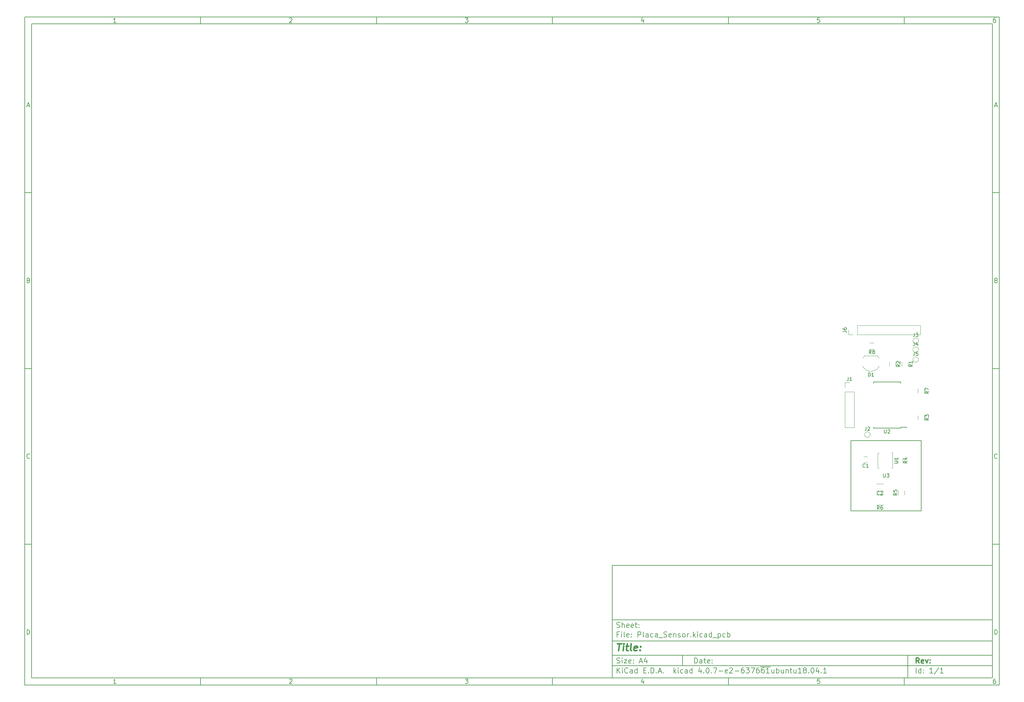
<source format=gbr>
G04 #@! TF.FileFunction,Legend,Top*
%FSLAX46Y46*%
G04 Gerber Fmt 4.6, Leading zero omitted, Abs format (unit mm)*
G04 Created by KiCad (PCBNEW 4.0.7-e2-6376~61~ubuntu18.04.1) date Wed Jul 10 20:30:17 2019*
%MOMM*%
%LPD*%
G01*
G04 APERTURE LIST*
%ADD10C,0.100000*%
%ADD11C,0.150000*%
%ADD12C,0.300000*%
%ADD13C,0.400000*%
%ADD14C,0.120000*%
G04 APERTURE END LIST*
D10*
D11*
X177002200Y-166007200D02*
X177002200Y-198007200D01*
X285002200Y-198007200D01*
X285002200Y-166007200D01*
X177002200Y-166007200D01*
D10*
D11*
X10000000Y-10000000D02*
X10000000Y-200007200D01*
X287002200Y-200007200D01*
X287002200Y-10000000D01*
X10000000Y-10000000D01*
D10*
D11*
X12000000Y-12000000D02*
X12000000Y-198007200D01*
X285002200Y-198007200D01*
X285002200Y-12000000D01*
X12000000Y-12000000D01*
D10*
D11*
X60000000Y-12000000D02*
X60000000Y-10000000D01*
D10*
D11*
X110000000Y-12000000D02*
X110000000Y-10000000D01*
D10*
D11*
X160000000Y-12000000D02*
X160000000Y-10000000D01*
D10*
D11*
X210000000Y-12000000D02*
X210000000Y-10000000D01*
D10*
D11*
X260000000Y-12000000D02*
X260000000Y-10000000D01*
D10*
D11*
X35990476Y-11588095D02*
X35247619Y-11588095D01*
X35619048Y-11588095D02*
X35619048Y-10288095D01*
X35495238Y-10473810D01*
X35371429Y-10597619D01*
X35247619Y-10659524D01*
D10*
D11*
X85247619Y-10411905D02*
X85309524Y-10350000D01*
X85433333Y-10288095D01*
X85742857Y-10288095D01*
X85866667Y-10350000D01*
X85928571Y-10411905D01*
X85990476Y-10535714D01*
X85990476Y-10659524D01*
X85928571Y-10845238D01*
X85185714Y-11588095D01*
X85990476Y-11588095D01*
D10*
D11*
X135185714Y-10288095D02*
X135990476Y-10288095D01*
X135557143Y-10783333D01*
X135742857Y-10783333D01*
X135866667Y-10845238D01*
X135928571Y-10907143D01*
X135990476Y-11030952D01*
X135990476Y-11340476D01*
X135928571Y-11464286D01*
X135866667Y-11526190D01*
X135742857Y-11588095D01*
X135371429Y-11588095D01*
X135247619Y-11526190D01*
X135185714Y-11464286D01*
D10*
D11*
X185866667Y-10721429D02*
X185866667Y-11588095D01*
X185557143Y-10226190D02*
X185247619Y-11154762D01*
X186052381Y-11154762D01*
D10*
D11*
X235928571Y-10288095D02*
X235309524Y-10288095D01*
X235247619Y-10907143D01*
X235309524Y-10845238D01*
X235433333Y-10783333D01*
X235742857Y-10783333D01*
X235866667Y-10845238D01*
X235928571Y-10907143D01*
X235990476Y-11030952D01*
X235990476Y-11340476D01*
X235928571Y-11464286D01*
X235866667Y-11526190D01*
X235742857Y-11588095D01*
X235433333Y-11588095D01*
X235309524Y-11526190D01*
X235247619Y-11464286D01*
D10*
D11*
X285866667Y-10288095D02*
X285619048Y-10288095D01*
X285495238Y-10350000D01*
X285433333Y-10411905D01*
X285309524Y-10597619D01*
X285247619Y-10845238D01*
X285247619Y-11340476D01*
X285309524Y-11464286D01*
X285371429Y-11526190D01*
X285495238Y-11588095D01*
X285742857Y-11588095D01*
X285866667Y-11526190D01*
X285928571Y-11464286D01*
X285990476Y-11340476D01*
X285990476Y-11030952D01*
X285928571Y-10907143D01*
X285866667Y-10845238D01*
X285742857Y-10783333D01*
X285495238Y-10783333D01*
X285371429Y-10845238D01*
X285309524Y-10907143D01*
X285247619Y-11030952D01*
D10*
D11*
X60000000Y-198007200D02*
X60000000Y-200007200D01*
D10*
D11*
X110000000Y-198007200D02*
X110000000Y-200007200D01*
D10*
D11*
X160000000Y-198007200D02*
X160000000Y-200007200D01*
D10*
D11*
X210000000Y-198007200D02*
X210000000Y-200007200D01*
D10*
D11*
X260000000Y-198007200D02*
X260000000Y-200007200D01*
D10*
D11*
X35990476Y-199595295D02*
X35247619Y-199595295D01*
X35619048Y-199595295D02*
X35619048Y-198295295D01*
X35495238Y-198481010D01*
X35371429Y-198604819D01*
X35247619Y-198666724D01*
D10*
D11*
X85247619Y-198419105D02*
X85309524Y-198357200D01*
X85433333Y-198295295D01*
X85742857Y-198295295D01*
X85866667Y-198357200D01*
X85928571Y-198419105D01*
X85990476Y-198542914D01*
X85990476Y-198666724D01*
X85928571Y-198852438D01*
X85185714Y-199595295D01*
X85990476Y-199595295D01*
D10*
D11*
X135185714Y-198295295D02*
X135990476Y-198295295D01*
X135557143Y-198790533D01*
X135742857Y-198790533D01*
X135866667Y-198852438D01*
X135928571Y-198914343D01*
X135990476Y-199038152D01*
X135990476Y-199347676D01*
X135928571Y-199471486D01*
X135866667Y-199533390D01*
X135742857Y-199595295D01*
X135371429Y-199595295D01*
X135247619Y-199533390D01*
X135185714Y-199471486D01*
D10*
D11*
X185866667Y-198728629D02*
X185866667Y-199595295D01*
X185557143Y-198233390D02*
X185247619Y-199161962D01*
X186052381Y-199161962D01*
D10*
D11*
X235928571Y-198295295D02*
X235309524Y-198295295D01*
X235247619Y-198914343D01*
X235309524Y-198852438D01*
X235433333Y-198790533D01*
X235742857Y-198790533D01*
X235866667Y-198852438D01*
X235928571Y-198914343D01*
X235990476Y-199038152D01*
X235990476Y-199347676D01*
X235928571Y-199471486D01*
X235866667Y-199533390D01*
X235742857Y-199595295D01*
X235433333Y-199595295D01*
X235309524Y-199533390D01*
X235247619Y-199471486D01*
D10*
D11*
X285866667Y-198295295D02*
X285619048Y-198295295D01*
X285495238Y-198357200D01*
X285433333Y-198419105D01*
X285309524Y-198604819D01*
X285247619Y-198852438D01*
X285247619Y-199347676D01*
X285309524Y-199471486D01*
X285371429Y-199533390D01*
X285495238Y-199595295D01*
X285742857Y-199595295D01*
X285866667Y-199533390D01*
X285928571Y-199471486D01*
X285990476Y-199347676D01*
X285990476Y-199038152D01*
X285928571Y-198914343D01*
X285866667Y-198852438D01*
X285742857Y-198790533D01*
X285495238Y-198790533D01*
X285371429Y-198852438D01*
X285309524Y-198914343D01*
X285247619Y-199038152D01*
D10*
D11*
X10000000Y-60000000D02*
X12000000Y-60000000D01*
D10*
D11*
X10000000Y-110000000D02*
X12000000Y-110000000D01*
D10*
D11*
X10000000Y-160000000D02*
X12000000Y-160000000D01*
D10*
D11*
X10690476Y-35216667D02*
X11309524Y-35216667D01*
X10566667Y-35588095D02*
X11000000Y-34288095D01*
X11433333Y-35588095D01*
D10*
D11*
X11092857Y-84907143D02*
X11278571Y-84969048D01*
X11340476Y-85030952D01*
X11402381Y-85154762D01*
X11402381Y-85340476D01*
X11340476Y-85464286D01*
X11278571Y-85526190D01*
X11154762Y-85588095D01*
X10659524Y-85588095D01*
X10659524Y-84288095D01*
X11092857Y-84288095D01*
X11216667Y-84350000D01*
X11278571Y-84411905D01*
X11340476Y-84535714D01*
X11340476Y-84659524D01*
X11278571Y-84783333D01*
X11216667Y-84845238D01*
X11092857Y-84907143D01*
X10659524Y-84907143D01*
D10*
D11*
X11402381Y-135464286D02*
X11340476Y-135526190D01*
X11154762Y-135588095D01*
X11030952Y-135588095D01*
X10845238Y-135526190D01*
X10721429Y-135402381D01*
X10659524Y-135278571D01*
X10597619Y-135030952D01*
X10597619Y-134845238D01*
X10659524Y-134597619D01*
X10721429Y-134473810D01*
X10845238Y-134350000D01*
X11030952Y-134288095D01*
X11154762Y-134288095D01*
X11340476Y-134350000D01*
X11402381Y-134411905D01*
D10*
D11*
X10659524Y-185588095D02*
X10659524Y-184288095D01*
X10969048Y-184288095D01*
X11154762Y-184350000D01*
X11278571Y-184473810D01*
X11340476Y-184597619D01*
X11402381Y-184845238D01*
X11402381Y-185030952D01*
X11340476Y-185278571D01*
X11278571Y-185402381D01*
X11154762Y-185526190D01*
X10969048Y-185588095D01*
X10659524Y-185588095D01*
D10*
D11*
X287002200Y-60000000D02*
X285002200Y-60000000D01*
D10*
D11*
X287002200Y-110000000D02*
X285002200Y-110000000D01*
D10*
D11*
X287002200Y-160000000D02*
X285002200Y-160000000D01*
D10*
D11*
X285692676Y-35216667D02*
X286311724Y-35216667D01*
X285568867Y-35588095D02*
X286002200Y-34288095D01*
X286435533Y-35588095D01*
D10*
D11*
X286095057Y-84907143D02*
X286280771Y-84969048D01*
X286342676Y-85030952D01*
X286404581Y-85154762D01*
X286404581Y-85340476D01*
X286342676Y-85464286D01*
X286280771Y-85526190D01*
X286156962Y-85588095D01*
X285661724Y-85588095D01*
X285661724Y-84288095D01*
X286095057Y-84288095D01*
X286218867Y-84350000D01*
X286280771Y-84411905D01*
X286342676Y-84535714D01*
X286342676Y-84659524D01*
X286280771Y-84783333D01*
X286218867Y-84845238D01*
X286095057Y-84907143D01*
X285661724Y-84907143D01*
D10*
D11*
X286404581Y-135464286D02*
X286342676Y-135526190D01*
X286156962Y-135588095D01*
X286033152Y-135588095D01*
X285847438Y-135526190D01*
X285723629Y-135402381D01*
X285661724Y-135278571D01*
X285599819Y-135030952D01*
X285599819Y-134845238D01*
X285661724Y-134597619D01*
X285723629Y-134473810D01*
X285847438Y-134350000D01*
X286033152Y-134288095D01*
X286156962Y-134288095D01*
X286342676Y-134350000D01*
X286404581Y-134411905D01*
D10*
D11*
X285661724Y-185588095D02*
X285661724Y-184288095D01*
X285971248Y-184288095D01*
X286156962Y-184350000D01*
X286280771Y-184473810D01*
X286342676Y-184597619D01*
X286404581Y-184845238D01*
X286404581Y-185030952D01*
X286342676Y-185278571D01*
X286280771Y-185402381D01*
X286156962Y-185526190D01*
X285971248Y-185588095D01*
X285661724Y-185588095D01*
D10*
D11*
X200359343Y-193785771D02*
X200359343Y-192285771D01*
X200716486Y-192285771D01*
X200930771Y-192357200D01*
X201073629Y-192500057D01*
X201145057Y-192642914D01*
X201216486Y-192928629D01*
X201216486Y-193142914D01*
X201145057Y-193428629D01*
X201073629Y-193571486D01*
X200930771Y-193714343D01*
X200716486Y-193785771D01*
X200359343Y-193785771D01*
X202502200Y-193785771D02*
X202502200Y-193000057D01*
X202430771Y-192857200D01*
X202287914Y-192785771D01*
X202002200Y-192785771D01*
X201859343Y-192857200D01*
X202502200Y-193714343D02*
X202359343Y-193785771D01*
X202002200Y-193785771D01*
X201859343Y-193714343D01*
X201787914Y-193571486D01*
X201787914Y-193428629D01*
X201859343Y-193285771D01*
X202002200Y-193214343D01*
X202359343Y-193214343D01*
X202502200Y-193142914D01*
X203002200Y-192785771D02*
X203573629Y-192785771D01*
X203216486Y-192285771D02*
X203216486Y-193571486D01*
X203287914Y-193714343D01*
X203430772Y-193785771D01*
X203573629Y-193785771D01*
X204645057Y-193714343D02*
X204502200Y-193785771D01*
X204216486Y-193785771D01*
X204073629Y-193714343D01*
X204002200Y-193571486D01*
X204002200Y-193000057D01*
X204073629Y-192857200D01*
X204216486Y-192785771D01*
X204502200Y-192785771D01*
X204645057Y-192857200D01*
X204716486Y-193000057D01*
X204716486Y-193142914D01*
X204002200Y-193285771D01*
X205359343Y-193642914D02*
X205430771Y-193714343D01*
X205359343Y-193785771D01*
X205287914Y-193714343D01*
X205359343Y-193642914D01*
X205359343Y-193785771D01*
X205359343Y-192857200D02*
X205430771Y-192928629D01*
X205359343Y-193000057D01*
X205287914Y-192928629D01*
X205359343Y-192857200D01*
X205359343Y-193000057D01*
D10*
D11*
X177002200Y-194507200D02*
X285002200Y-194507200D01*
D10*
D11*
X178359343Y-196585771D02*
X178359343Y-195085771D01*
X179216486Y-196585771D02*
X178573629Y-195728629D01*
X179216486Y-195085771D02*
X178359343Y-195942914D01*
X179859343Y-196585771D02*
X179859343Y-195585771D01*
X179859343Y-195085771D02*
X179787914Y-195157200D01*
X179859343Y-195228629D01*
X179930771Y-195157200D01*
X179859343Y-195085771D01*
X179859343Y-195228629D01*
X181430772Y-196442914D02*
X181359343Y-196514343D01*
X181145057Y-196585771D01*
X181002200Y-196585771D01*
X180787915Y-196514343D01*
X180645057Y-196371486D01*
X180573629Y-196228629D01*
X180502200Y-195942914D01*
X180502200Y-195728629D01*
X180573629Y-195442914D01*
X180645057Y-195300057D01*
X180787915Y-195157200D01*
X181002200Y-195085771D01*
X181145057Y-195085771D01*
X181359343Y-195157200D01*
X181430772Y-195228629D01*
X182716486Y-196585771D02*
X182716486Y-195800057D01*
X182645057Y-195657200D01*
X182502200Y-195585771D01*
X182216486Y-195585771D01*
X182073629Y-195657200D01*
X182716486Y-196514343D02*
X182573629Y-196585771D01*
X182216486Y-196585771D01*
X182073629Y-196514343D01*
X182002200Y-196371486D01*
X182002200Y-196228629D01*
X182073629Y-196085771D01*
X182216486Y-196014343D01*
X182573629Y-196014343D01*
X182716486Y-195942914D01*
X184073629Y-196585771D02*
X184073629Y-195085771D01*
X184073629Y-196514343D02*
X183930772Y-196585771D01*
X183645058Y-196585771D01*
X183502200Y-196514343D01*
X183430772Y-196442914D01*
X183359343Y-196300057D01*
X183359343Y-195871486D01*
X183430772Y-195728629D01*
X183502200Y-195657200D01*
X183645058Y-195585771D01*
X183930772Y-195585771D01*
X184073629Y-195657200D01*
X185930772Y-195800057D02*
X186430772Y-195800057D01*
X186645058Y-196585771D02*
X185930772Y-196585771D01*
X185930772Y-195085771D01*
X186645058Y-195085771D01*
X187287915Y-196442914D02*
X187359343Y-196514343D01*
X187287915Y-196585771D01*
X187216486Y-196514343D01*
X187287915Y-196442914D01*
X187287915Y-196585771D01*
X188002201Y-196585771D02*
X188002201Y-195085771D01*
X188359344Y-195085771D01*
X188573629Y-195157200D01*
X188716487Y-195300057D01*
X188787915Y-195442914D01*
X188859344Y-195728629D01*
X188859344Y-195942914D01*
X188787915Y-196228629D01*
X188716487Y-196371486D01*
X188573629Y-196514343D01*
X188359344Y-196585771D01*
X188002201Y-196585771D01*
X189502201Y-196442914D02*
X189573629Y-196514343D01*
X189502201Y-196585771D01*
X189430772Y-196514343D01*
X189502201Y-196442914D01*
X189502201Y-196585771D01*
X190145058Y-196157200D02*
X190859344Y-196157200D01*
X190002201Y-196585771D02*
X190502201Y-195085771D01*
X191002201Y-196585771D01*
X191502201Y-196442914D02*
X191573629Y-196514343D01*
X191502201Y-196585771D01*
X191430772Y-196514343D01*
X191502201Y-196442914D01*
X191502201Y-196585771D01*
X194502201Y-196585771D02*
X194502201Y-195085771D01*
X194645058Y-196014343D02*
X195073629Y-196585771D01*
X195073629Y-195585771D02*
X194502201Y-196157200D01*
X195716487Y-196585771D02*
X195716487Y-195585771D01*
X195716487Y-195085771D02*
X195645058Y-195157200D01*
X195716487Y-195228629D01*
X195787915Y-195157200D01*
X195716487Y-195085771D01*
X195716487Y-195228629D01*
X197073630Y-196514343D02*
X196930773Y-196585771D01*
X196645059Y-196585771D01*
X196502201Y-196514343D01*
X196430773Y-196442914D01*
X196359344Y-196300057D01*
X196359344Y-195871486D01*
X196430773Y-195728629D01*
X196502201Y-195657200D01*
X196645059Y-195585771D01*
X196930773Y-195585771D01*
X197073630Y-195657200D01*
X198359344Y-196585771D02*
X198359344Y-195800057D01*
X198287915Y-195657200D01*
X198145058Y-195585771D01*
X197859344Y-195585771D01*
X197716487Y-195657200D01*
X198359344Y-196514343D02*
X198216487Y-196585771D01*
X197859344Y-196585771D01*
X197716487Y-196514343D01*
X197645058Y-196371486D01*
X197645058Y-196228629D01*
X197716487Y-196085771D01*
X197859344Y-196014343D01*
X198216487Y-196014343D01*
X198359344Y-195942914D01*
X199716487Y-196585771D02*
X199716487Y-195085771D01*
X199716487Y-196514343D02*
X199573630Y-196585771D01*
X199287916Y-196585771D01*
X199145058Y-196514343D01*
X199073630Y-196442914D01*
X199002201Y-196300057D01*
X199002201Y-195871486D01*
X199073630Y-195728629D01*
X199145058Y-195657200D01*
X199287916Y-195585771D01*
X199573630Y-195585771D01*
X199716487Y-195657200D01*
X202216487Y-195585771D02*
X202216487Y-196585771D01*
X201859344Y-195014343D02*
X201502201Y-196085771D01*
X202430773Y-196085771D01*
X203002201Y-196442914D02*
X203073629Y-196514343D01*
X203002201Y-196585771D01*
X202930772Y-196514343D01*
X203002201Y-196442914D01*
X203002201Y-196585771D01*
X204002201Y-195085771D02*
X204145058Y-195085771D01*
X204287915Y-195157200D01*
X204359344Y-195228629D01*
X204430773Y-195371486D01*
X204502201Y-195657200D01*
X204502201Y-196014343D01*
X204430773Y-196300057D01*
X204359344Y-196442914D01*
X204287915Y-196514343D01*
X204145058Y-196585771D01*
X204002201Y-196585771D01*
X203859344Y-196514343D01*
X203787915Y-196442914D01*
X203716487Y-196300057D01*
X203645058Y-196014343D01*
X203645058Y-195657200D01*
X203716487Y-195371486D01*
X203787915Y-195228629D01*
X203859344Y-195157200D01*
X204002201Y-195085771D01*
X205145058Y-196442914D02*
X205216486Y-196514343D01*
X205145058Y-196585771D01*
X205073629Y-196514343D01*
X205145058Y-196442914D01*
X205145058Y-196585771D01*
X205716487Y-195085771D02*
X206716487Y-195085771D01*
X206073630Y-196585771D01*
X207287915Y-196014343D02*
X208430772Y-196014343D01*
X209716486Y-196514343D02*
X209573629Y-196585771D01*
X209287915Y-196585771D01*
X209145058Y-196514343D01*
X209073629Y-196371486D01*
X209073629Y-195800057D01*
X209145058Y-195657200D01*
X209287915Y-195585771D01*
X209573629Y-195585771D01*
X209716486Y-195657200D01*
X209787915Y-195800057D01*
X209787915Y-195942914D01*
X209073629Y-196085771D01*
X210359343Y-195228629D02*
X210430772Y-195157200D01*
X210573629Y-195085771D01*
X210930772Y-195085771D01*
X211073629Y-195157200D01*
X211145058Y-195228629D01*
X211216486Y-195371486D01*
X211216486Y-195514343D01*
X211145058Y-195728629D01*
X210287915Y-196585771D01*
X211216486Y-196585771D01*
X211859343Y-196014343D02*
X213002200Y-196014343D01*
X214359343Y-195085771D02*
X214073629Y-195085771D01*
X213930772Y-195157200D01*
X213859343Y-195228629D01*
X213716486Y-195442914D01*
X213645057Y-195728629D01*
X213645057Y-196300057D01*
X213716486Y-196442914D01*
X213787914Y-196514343D01*
X213930772Y-196585771D01*
X214216486Y-196585771D01*
X214359343Y-196514343D01*
X214430772Y-196442914D01*
X214502200Y-196300057D01*
X214502200Y-195942914D01*
X214430772Y-195800057D01*
X214359343Y-195728629D01*
X214216486Y-195657200D01*
X213930772Y-195657200D01*
X213787914Y-195728629D01*
X213716486Y-195800057D01*
X213645057Y-195942914D01*
X215002200Y-195085771D02*
X215930771Y-195085771D01*
X215430771Y-195657200D01*
X215645057Y-195657200D01*
X215787914Y-195728629D01*
X215859343Y-195800057D01*
X215930771Y-195942914D01*
X215930771Y-196300057D01*
X215859343Y-196442914D01*
X215787914Y-196514343D01*
X215645057Y-196585771D01*
X215216485Y-196585771D01*
X215073628Y-196514343D01*
X215002200Y-196442914D01*
X216430771Y-195085771D02*
X217430771Y-195085771D01*
X216787914Y-196585771D01*
X218645056Y-195085771D02*
X218359342Y-195085771D01*
X218216485Y-195157200D01*
X218145056Y-195228629D01*
X218002199Y-195442914D01*
X217930770Y-195728629D01*
X217930770Y-196300057D01*
X218002199Y-196442914D01*
X218073627Y-196514343D01*
X218216485Y-196585771D01*
X218502199Y-196585771D01*
X218645056Y-196514343D01*
X218716485Y-196442914D01*
X218787913Y-196300057D01*
X218787913Y-195942914D01*
X218716485Y-195800057D01*
X218645056Y-195728629D01*
X218502199Y-195657200D01*
X218216485Y-195657200D01*
X218073627Y-195728629D01*
X218002199Y-195800057D01*
X217930770Y-195942914D01*
X220073627Y-195085771D02*
X219787913Y-195085771D01*
X219645056Y-195157200D01*
X219573627Y-195228629D01*
X219430770Y-195442914D01*
X219359341Y-195728629D01*
X219359341Y-196300057D01*
X219430770Y-196442914D01*
X219502198Y-196514343D01*
X219645056Y-196585771D01*
X219930770Y-196585771D01*
X220073627Y-196514343D01*
X220145056Y-196442914D01*
X220216484Y-196300057D01*
X220216484Y-195942914D01*
X220145056Y-195800057D01*
X220073627Y-195728629D01*
X219930770Y-195657200D01*
X219645056Y-195657200D01*
X219502198Y-195728629D01*
X219430770Y-195800057D01*
X219359341Y-195942914D01*
X221645055Y-196585771D02*
X220787912Y-196585771D01*
X221216484Y-196585771D02*
X221216484Y-195085771D01*
X221073627Y-195300057D01*
X220930769Y-195442914D01*
X220787912Y-195514343D01*
X219073627Y-194827200D02*
X221930769Y-194827200D01*
X222930769Y-195585771D02*
X222930769Y-196585771D01*
X222287912Y-195585771D02*
X222287912Y-196371486D01*
X222359340Y-196514343D01*
X222502198Y-196585771D01*
X222716483Y-196585771D01*
X222859340Y-196514343D01*
X222930769Y-196442914D01*
X223645055Y-196585771D02*
X223645055Y-195085771D01*
X223645055Y-195657200D02*
X223787912Y-195585771D01*
X224073626Y-195585771D01*
X224216483Y-195657200D01*
X224287912Y-195728629D01*
X224359341Y-195871486D01*
X224359341Y-196300057D01*
X224287912Y-196442914D01*
X224216483Y-196514343D01*
X224073626Y-196585771D01*
X223787912Y-196585771D01*
X223645055Y-196514343D01*
X225645055Y-195585771D02*
X225645055Y-196585771D01*
X225002198Y-195585771D02*
X225002198Y-196371486D01*
X225073626Y-196514343D01*
X225216484Y-196585771D01*
X225430769Y-196585771D01*
X225573626Y-196514343D01*
X225645055Y-196442914D01*
X226359341Y-195585771D02*
X226359341Y-196585771D01*
X226359341Y-195728629D02*
X226430769Y-195657200D01*
X226573627Y-195585771D01*
X226787912Y-195585771D01*
X226930769Y-195657200D01*
X227002198Y-195800057D01*
X227002198Y-196585771D01*
X227502198Y-195585771D02*
X228073627Y-195585771D01*
X227716484Y-195085771D02*
X227716484Y-196371486D01*
X227787912Y-196514343D01*
X227930770Y-196585771D01*
X228073627Y-196585771D01*
X229216484Y-195585771D02*
X229216484Y-196585771D01*
X228573627Y-195585771D02*
X228573627Y-196371486D01*
X228645055Y-196514343D01*
X228787913Y-196585771D01*
X229002198Y-196585771D01*
X229145055Y-196514343D01*
X229216484Y-196442914D01*
X230716484Y-196585771D02*
X229859341Y-196585771D01*
X230287913Y-196585771D02*
X230287913Y-195085771D01*
X230145056Y-195300057D01*
X230002198Y-195442914D01*
X229859341Y-195514343D01*
X231573627Y-195728629D02*
X231430769Y-195657200D01*
X231359341Y-195585771D01*
X231287912Y-195442914D01*
X231287912Y-195371486D01*
X231359341Y-195228629D01*
X231430769Y-195157200D01*
X231573627Y-195085771D01*
X231859341Y-195085771D01*
X232002198Y-195157200D01*
X232073627Y-195228629D01*
X232145055Y-195371486D01*
X232145055Y-195442914D01*
X232073627Y-195585771D01*
X232002198Y-195657200D01*
X231859341Y-195728629D01*
X231573627Y-195728629D01*
X231430769Y-195800057D01*
X231359341Y-195871486D01*
X231287912Y-196014343D01*
X231287912Y-196300057D01*
X231359341Y-196442914D01*
X231430769Y-196514343D01*
X231573627Y-196585771D01*
X231859341Y-196585771D01*
X232002198Y-196514343D01*
X232073627Y-196442914D01*
X232145055Y-196300057D01*
X232145055Y-196014343D01*
X232073627Y-195871486D01*
X232002198Y-195800057D01*
X231859341Y-195728629D01*
X232787912Y-196442914D02*
X232859340Y-196514343D01*
X232787912Y-196585771D01*
X232716483Y-196514343D01*
X232787912Y-196442914D01*
X232787912Y-196585771D01*
X233787912Y-195085771D02*
X233930769Y-195085771D01*
X234073626Y-195157200D01*
X234145055Y-195228629D01*
X234216484Y-195371486D01*
X234287912Y-195657200D01*
X234287912Y-196014343D01*
X234216484Y-196300057D01*
X234145055Y-196442914D01*
X234073626Y-196514343D01*
X233930769Y-196585771D01*
X233787912Y-196585771D01*
X233645055Y-196514343D01*
X233573626Y-196442914D01*
X233502198Y-196300057D01*
X233430769Y-196014343D01*
X233430769Y-195657200D01*
X233502198Y-195371486D01*
X233573626Y-195228629D01*
X233645055Y-195157200D01*
X233787912Y-195085771D01*
X235573626Y-195585771D02*
X235573626Y-196585771D01*
X235216483Y-195014343D02*
X234859340Y-196085771D01*
X235787912Y-196085771D01*
X236359340Y-196442914D02*
X236430768Y-196514343D01*
X236359340Y-196585771D01*
X236287911Y-196514343D01*
X236359340Y-196442914D01*
X236359340Y-196585771D01*
X237859340Y-196585771D02*
X237002197Y-196585771D01*
X237430769Y-196585771D02*
X237430769Y-195085771D01*
X237287912Y-195300057D01*
X237145054Y-195442914D01*
X237002197Y-195514343D01*
D10*
D11*
X177002200Y-191507200D02*
X285002200Y-191507200D01*
D10*
D12*
X264216486Y-193785771D02*
X263716486Y-193071486D01*
X263359343Y-193785771D02*
X263359343Y-192285771D01*
X263930771Y-192285771D01*
X264073629Y-192357200D01*
X264145057Y-192428629D01*
X264216486Y-192571486D01*
X264216486Y-192785771D01*
X264145057Y-192928629D01*
X264073629Y-193000057D01*
X263930771Y-193071486D01*
X263359343Y-193071486D01*
X265430771Y-193714343D02*
X265287914Y-193785771D01*
X265002200Y-193785771D01*
X264859343Y-193714343D01*
X264787914Y-193571486D01*
X264787914Y-193000057D01*
X264859343Y-192857200D01*
X265002200Y-192785771D01*
X265287914Y-192785771D01*
X265430771Y-192857200D01*
X265502200Y-193000057D01*
X265502200Y-193142914D01*
X264787914Y-193285771D01*
X266002200Y-192785771D02*
X266359343Y-193785771D01*
X266716485Y-192785771D01*
X267287914Y-193642914D02*
X267359342Y-193714343D01*
X267287914Y-193785771D01*
X267216485Y-193714343D01*
X267287914Y-193642914D01*
X267287914Y-193785771D01*
X267287914Y-192857200D02*
X267359342Y-192928629D01*
X267287914Y-193000057D01*
X267216485Y-192928629D01*
X267287914Y-192857200D01*
X267287914Y-193000057D01*
D10*
D11*
X178287914Y-193714343D02*
X178502200Y-193785771D01*
X178859343Y-193785771D01*
X179002200Y-193714343D01*
X179073629Y-193642914D01*
X179145057Y-193500057D01*
X179145057Y-193357200D01*
X179073629Y-193214343D01*
X179002200Y-193142914D01*
X178859343Y-193071486D01*
X178573629Y-193000057D01*
X178430771Y-192928629D01*
X178359343Y-192857200D01*
X178287914Y-192714343D01*
X178287914Y-192571486D01*
X178359343Y-192428629D01*
X178430771Y-192357200D01*
X178573629Y-192285771D01*
X178930771Y-192285771D01*
X179145057Y-192357200D01*
X179787914Y-193785771D02*
X179787914Y-192785771D01*
X179787914Y-192285771D02*
X179716485Y-192357200D01*
X179787914Y-192428629D01*
X179859342Y-192357200D01*
X179787914Y-192285771D01*
X179787914Y-192428629D01*
X180359343Y-192785771D02*
X181145057Y-192785771D01*
X180359343Y-193785771D01*
X181145057Y-193785771D01*
X182287914Y-193714343D02*
X182145057Y-193785771D01*
X181859343Y-193785771D01*
X181716486Y-193714343D01*
X181645057Y-193571486D01*
X181645057Y-193000057D01*
X181716486Y-192857200D01*
X181859343Y-192785771D01*
X182145057Y-192785771D01*
X182287914Y-192857200D01*
X182359343Y-193000057D01*
X182359343Y-193142914D01*
X181645057Y-193285771D01*
X183002200Y-193642914D02*
X183073628Y-193714343D01*
X183002200Y-193785771D01*
X182930771Y-193714343D01*
X183002200Y-193642914D01*
X183002200Y-193785771D01*
X183002200Y-192857200D02*
X183073628Y-192928629D01*
X183002200Y-193000057D01*
X182930771Y-192928629D01*
X183002200Y-192857200D01*
X183002200Y-193000057D01*
X184787914Y-193357200D02*
X185502200Y-193357200D01*
X184645057Y-193785771D02*
X185145057Y-192285771D01*
X185645057Y-193785771D01*
X186787914Y-192785771D02*
X186787914Y-193785771D01*
X186430771Y-192214343D02*
X186073628Y-193285771D01*
X187002200Y-193285771D01*
D10*
D11*
X263359343Y-196585771D02*
X263359343Y-195085771D01*
X264716486Y-196585771D02*
X264716486Y-195085771D01*
X264716486Y-196514343D02*
X264573629Y-196585771D01*
X264287915Y-196585771D01*
X264145057Y-196514343D01*
X264073629Y-196442914D01*
X264002200Y-196300057D01*
X264002200Y-195871486D01*
X264073629Y-195728629D01*
X264145057Y-195657200D01*
X264287915Y-195585771D01*
X264573629Y-195585771D01*
X264716486Y-195657200D01*
X265430772Y-196442914D02*
X265502200Y-196514343D01*
X265430772Y-196585771D01*
X265359343Y-196514343D01*
X265430772Y-196442914D01*
X265430772Y-196585771D01*
X265430772Y-195657200D02*
X265502200Y-195728629D01*
X265430772Y-195800057D01*
X265359343Y-195728629D01*
X265430772Y-195657200D01*
X265430772Y-195800057D01*
X268073629Y-196585771D02*
X267216486Y-196585771D01*
X267645058Y-196585771D02*
X267645058Y-195085771D01*
X267502201Y-195300057D01*
X267359343Y-195442914D01*
X267216486Y-195514343D01*
X269787914Y-195014343D02*
X268502200Y-196942914D01*
X271073629Y-196585771D02*
X270216486Y-196585771D01*
X270645058Y-196585771D02*
X270645058Y-195085771D01*
X270502201Y-195300057D01*
X270359343Y-195442914D01*
X270216486Y-195514343D01*
D10*
D11*
X177002200Y-187507200D02*
X285002200Y-187507200D01*
D10*
D13*
X178454581Y-188211962D02*
X179597438Y-188211962D01*
X178776010Y-190211962D02*
X179026010Y-188211962D01*
X180014105Y-190211962D02*
X180180771Y-188878629D01*
X180264105Y-188211962D02*
X180156962Y-188307200D01*
X180240295Y-188402438D01*
X180347439Y-188307200D01*
X180264105Y-188211962D01*
X180240295Y-188402438D01*
X180847438Y-188878629D02*
X181609343Y-188878629D01*
X181216486Y-188211962D02*
X181002200Y-189926248D01*
X181073630Y-190116724D01*
X181252201Y-190211962D01*
X181442677Y-190211962D01*
X182395058Y-190211962D02*
X182216487Y-190116724D01*
X182145057Y-189926248D01*
X182359343Y-188211962D01*
X183930772Y-190116724D02*
X183728391Y-190211962D01*
X183347439Y-190211962D01*
X183168867Y-190116724D01*
X183097438Y-189926248D01*
X183192676Y-189164343D01*
X183311724Y-188973867D01*
X183514105Y-188878629D01*
X183895057Y-188878629D01*
X184073629Y-188973867D01*
X184145057Y-189164343D01*
X184121248Y-189354819D01*
X183145057Y-189545295D01*
X184895057Y-190021486D02*
X184978392Y-190116724D01*
X184871248Y-190211962D01*
X184787915Y-190116724D01*
X184895057Y-190021486D01*
X184871248Y-190211962D01*
X185026010Y-188973867D02*
X185109344Y-189069105D01*
X185002200Y-189164343D01*
X184918867Y-189069105D01*
X185026010Y-188973867D01*
X185002200Y-189164343D01*
D10*
D11*
X178859343Y-185600057D02*
X178359343Y-185600057D01*
X178359343Y-186385771D02*
X178359343Y-184885771D01*
X179073629Y-184885771D01*
X179645057Y-186385771D02*
X179645057Y-185385771D01*
X179645057Y-184885771D02*
X179573628Y-184957200D01*
X179645057Y-185028629D01*
X179716485Y-184957200D01*
X179645057Y-184885771D01*
X179645057Y-185028629D01*
X180573629Y-186385771D02*
X180430771Y-186314343D01*
X180359343Y-186171486D01*
X180359343Y-184885771D01*
X181716485Y-186314343D02*
X181573628Y-186385771D01*
X181287914Y-186385771D01*
X181145057Y-186314343D01*
X181073628Y-186171486D01*
X181073628Y-185600057D01*
X181145057Y-185457200D01*
X181287914Y-185385771D01*
X181573628Y-185385771D01*
X181716485Y-185457200D01*
X181787914Y-185600057D01*
X181787914Y-185742914D01*
X181073628Y-185885771D01*
X182430771Y-186242914D02*
X182502199Y-186314343D01*
X182430771Y-186385771D01*
X182359342Y-186314343D01*
X182430771Y-186242914D01*
X182430771Y-186385771D01*
X182430771Y-185457200D02*
X182502199Y-185528629D01*
X182430771Y-185600057D01*
X182359342Y-185528629D01*
X182430771Y-185457200D01*
X182430771Y-185600057D01*
X184287914Y-186385771D02*
X184287914Y-184885771D01*
X184859342Y-184885771D01*
X185002200Y-184957200D01*
X185073628Y-185028629D01*
X185145057Y-185171486D01*
X185145057Y-185385771D01*
X185073628Y-185528629D01*
X185002200Y-185600057D01*
X184859342Y-185671486D01*
X184287914Y-185671486D01*
X186002200Y-186385771D02*
X185859342Y-186314343D01*
X185787914Y-186171486D01*
X185787914Y-184885771D01*
X187216485Y-186385771D02*
X187216485Y-185600057D01*
X187145056Y-185457200D01*
X187002199Y-185385771D01*
X186716485Y-185385771D01*
X186573628Y-185457200D01*
X187216485Y-186314343D02*
X187073628Y-186385771D01*
X186716485Y-186385771D01*
X186573628Y-186314343D01*
X186502199Y-186171486D01*
X186502199Y-186028629D01*
X186573628Y-185885771D01*
X186716485Y-185814343D01*
X187073628Y-185814343D01*
X187216485Y-185742914D01*
X188573628Y-186314343D02*
X188430771Y-186385771D01*
X188145057Y-186385771D01*
X188002199Y-186314343D01*
X187930771Y-186242914D01*
X187859342Y-186100057D01*
X187859342Y-185671486D01*
X187930771Y-185528629D01*
X188002199Y-185457200D01*
X188145057Y-185385771D01*
X188430771Y-185385771D01*
X188573628Y-185457200D01*
X189859342Y-186385771D02*
X189859342Y-185600057D01*
X189787913Y-185457200D01*
X189645056Y-185385771D01*
X189359342Y-185385771D01*
X189216485Y-185457200D01*
X189859342Y-186314343D02*
X189716485Y-186385771D01*
X189359342Y-186385771D01*
X189216485Y-186314343D01*
X189145056Y-186171486D01*
X189145056Y-186028629D01*
X189216485Y-185885771D01*
X189359342Y-185814343D01*
X189716485Y-185814343D01*
X189859342Y-185742914D01*
X190216485Y-186528629D02*
X191359342Y-186528629D01*
X191645056Y-186314343D02*
X191859342Y-186385771D01*
X192216485Y-186385771D01*
X192359342Y-186314343D01*
X192430771Y-186242914D01*
X192502199Y-186100057D01*
X192502199Y-185957200D01*
X192430771Y-185814343D01*
X192359342Y-185742914D01*
X192216485Y-185671486D01*
X191930771Y-185600057D01*
X191787913Y-185528629D01*
X191716485Y-185457200D01*
X191645056Y-185314343D01*
X191645056Y-185171486D01*
X191716485Y-185028629D01*
X191787913Y-184957200D01*
X191930771Y-184885771D01*
X192287913Y-184885771D01*
X192502199Y-184957200D01*
X193716484Y-186314343D02*
X193573627Y-186385771D01*
X193287913Y-186385771D01*
X193145056Y-186314343D01*
X193073627Y-186171486D01*
X193073627Y-185600057D01*
X193145056Y-185457200D01*
X193287913Y-185385771D01*
X193573627Y-185385771D01*
X193716484Y-185457200D01*
X193787913Y-185600057D01*
X193787913Y-185742914D01*
X193073627Y-185885771D01*
X194430770Y-185385771D02*
X194430770Y-186385771D01*
X194430770Y-185528629D02*
X194502198Y-185457200D01*
X194645056Y-185385771D01*
X194859341Y-185385771D01*
X195002198Y-185457200D01*
X195073627Y-185600057D01*
X195073627Y-186385771D01*
X195716484Y-186314343D02*
X195859341Y-186385771D01*
X196145056Y-186385771D01*
X196287913Y-186314343D01*
X196359341Y-186171486D01*
X196359341Y-186100057D01*
X196287913Y-185957200D01*
X196145056Y-185885771D01*
X195930770Y-185885771D01*
X195787913Y-185814343D01*
X195716484Y-185671486D01*
X195716484Y-185600057D01*
X195787913Y-185457200D01*
X195930770Y-185385771D01*
X196145056Y-185385771D01*
X196287913Y-185457200D01*
X197216485Y-186385771D02*
X197073627Y-186314343D01*
X197002199Y-186242914D01*
X196930770Y-186100057D01*
X196930770Y-185671486D01*
X197002199Y-185528629D01*
X197073627Y-185457200D01*
X197216485Y-185385771D01*
X197430770Y-185385771D01*
X197573627Y-185457200D01*
X197645056Y-185528629D01*
X197716485Y-185671486D01*
X197716485Y-186100057D01*
X197645056Y-186242914D01*
X197573627Y-186314343D01*
X197430770Y-186385771D01*
X197216485Y-186385771D01*
X198359342Y-186385771D02*
X198359342Y-185385771D01*
X198359342Y-185671486D02*
X198430770Y-185528629D01*
X198502199Y-185457200D01*
X198645056Y-185385771D01*
X198787913Y-185385771D01*
X199287913Y-186242914D02*
X199359341Y-186314343D01*
X199287913Y-186385771D01*
X199216484Y-186314343D01*
X199287913Y-186242914D01*
X199287913Y-186385771D01*
X200002199Y-186385771D02*
X200002199Y-184885771D01*
X200145056Y-185814343D02*
X200573627Y-186385771D01*
X200573627Y-185385771D02*
X200002199Y-185957200D01*
X201216485Y-186385771D02*
X201216485Y-185385771D01*
X201216485Y-184885771D02*
X201145056Y-184957200D01*
X201216485Y-185028629D01*
X201287913Y-184957200D01*
X201216485Y-184885771D01*
X201216485Y-185028629D01*
X202573628Y-186314343D02*
X202430771Y-186385771D01*
X202145057Y-186385771D01*
X202002199Y-186314343D01*
X201930771Y-186242914D01*
X201859342Y-186100057D01*
X201859342Y-185671486D01*
X201930771Y-185528629D01*
X202002199Y-185457200D01*
X202145057Y-185385771D01*
X202430771Y-185385771D01*
X202573628Y-185457200D01*
X203859342Y-186385771D02*
X203859342Y-185600057D01*
X203787913Y-185457200D01*
X203645056Y-185385771D01*
X203359342Y-185385771D01*
X203216485Y-185457200D01*
X203859342Y-186314343D02*
X203716485Y-186385771D01*
X203359342Y-186385771D01*
X203216485Y-186314343D01*
X203145056Y-186171486D01*
X203145056Y-186028629D01*
X203216485Y-185885771D01*
X203359342Y-185814343D01*
X203716485Y-185814343D01*
X203859342Y-185742914D01*
X205216485Y-186385771D02*
X205216485Y-184885771D01*
X205216485Y-186314343D02*
X205073628Y-186385771D01*
X204787914Y-186385771D01*
X204645056Y-186314343D01*
X204573628Y-186242914D01*
X204502199Y-186100057D01*
X204502199Y-185671486D01*
X204573628Y-185528629D01*
X204645056Y-185457200D01*
X204787914Y-185385771D01*
X205073628Y-185385771D01*
X205216485Y-185457200D01*
X205573628Y-186528629D02*
X206716485Y-186528629D01*
X207073628Y-185385771D02*
X207073628Y-186885771D01*
X207073628Y-185457200D02*
X207216485Y-185385771D01*
X207502199Y-185385771D01*
X207645056Y-185457200D01*
X207716485Y-185528629D01*
X207787914Y-185671486D01*
X207787914Y-186100057D01*
X207716485Y-186242914D01*
X207645056Y-186314343D01*
X207502199Y-186385771D01*
X207216485Y-186385771D01*
X207073628Y-186314343D01*
X209073628Y-186314343D02*
X208930771Y-186385771D01*
X208645057Y-186385771D01*
X208502199Y-186314343D01*
X208430771Y-186242914D01*
X208359342Y-186100057D01*
X208359342Y-185671486D01*
X208430771Y-185528629D01*
X208502199Y-185457200D01*
X208645057Y-185385771D01*
X208930771Y-185385771D01*
X209073628Y-185457200D01*
X209716485Y-186385771D02*
X209716485Y-184885771D01*
X209716485Y-185457200D02*
X209859342Y-185385771D01*
X210145056Y-185385771D01*
X210287913Y-185457200D01*
X210359342Y-185528629D01*
X210430771Y-185671486D01*
X210430771Y-186100057D01*
X210359342Y-186242914D01*
X210287913Y-186314343D01*
X210145056Y-186385771D01*
X209859342Y-186385771D01*
X209716485Y-186314343D01*
D10*
D11*
X177002200Y-181507200D02*
X285002200Y-181507200D01*
D10*
D11*
X178287914Y-183614343D02*
X178502200Y-183685771D01*
X178859343Y-183685771D01*
X179002200Y-183614343D01*
X179073629Y-183542914D01*
X179145057Y-183400057D01*
X179145057Y-183257200D01*
X179073629Y-183114343D01*
X179002200Y-183042914D01*
X178859343Y-182971486D01*
X178573629Y-182900057D01*
X178430771Y-182828629D01*
X178359343Y-182757200D01*
X178287914Y-182614343D01*
X178287914Y-182471486D01*
X178359343Y-182328629D01*
X178430771Y-182257200D01*
X178573629Y-182185771D01*
X178930771Y-182185771D01*
X179145057Y-182257200D01*
X179787914Y-183685771D02*
X179787914Y-182185771D01*
X180430771Y-183685771D02*
X180430771Y-182900057D01*
X180359342Y-182757200D01*
X180216485Y-182685771D01*
X180002200Y-182685771D01*
X179859342Y-182757200D01*
X179787914Y-182828629D01*
X181716485Y-183614343D02*
X181573628Y-183685771D01*
X181287914Y-183685771D01*
X181145057Y-183614343D01*
X181073628Y-183471486D01*
X181073628Y-182900057D01*
X181145057Y-182757200D01*
X181287914Y-182685771D01*
X181573628Y-182685771D01*
X181716485Y-182757200D01*
X181787914Y-182900057D01*
X181787914Y-183042914D01*
X181073628Y-183185771D01*
X183002199Y-183614343D02*
X182859342Y-183685771D01*
X182573628Y-183685771D01*
X182430771Y-183614343D01*
X182359342Y-183471486D01*
X182359342Y-182900057D01*
X182430771Y-182757200D01*
X182573628Y-182685771D01*
X182859342Y-182685771D01*
X183002199Y-182757200D01*
X183073628Y-182900057D01*
X183073628Y-183042914D01*
X182359342Y-183185771D01*
X183502199Y-182685771D02*
X184073628Y-182685771D01*
X183716485Y-182185771D02*
X183716485Y-183471486D01*
X183787913Y-183614343D01*
X183930771Y-183685771D01*
X184073628Y-183685771D01*
X184573628Y-183542914D02*
X184645056Y-183614343D01*
X184573628Y-183685771D01*
X184502199Y-183614343D01*
X184573628Y-183542914D01*
X184573628Y-183685771D01*
X184573628Y-182757200D02*
X184645056Y-182828629D01*
X184573628Y-182900057D01*
X184502199Y-182828629D01*
X184573628Y-182757200D01*
X184573628Y-182900057D01*
D10*
D11*
X197002200Y-191507200D02*
X197002200Y-194507200D01*
D10*
D11*
X261002200Y-191507200D02*
X261002200Y-198007200D01*
X258954500Y-126971000D02*
X258954500Y-126721000D01*
X251204500Y-126971000D02*
X251204500Y-126636000D01*
X251204500Y-113821000D02*
X251204500Y-114156000D01*
X258954500Y-113821000D02*
X258954500Y-114156000D01*
X258954500Y-126971000D02*
X251204500Y-126971000D01*
X258954500Y-113821000D02*
X251204500Y-113821000D01*
X258954500Y-126721000D02*
X260754500Y-126721000D01*
X264825500Y-130462000D02*
X244825500Y-130462000D01*
X264825500Y-150462000D02*
X264825500Y-130462000D01*
X244825500Y-150462000D02*
X264825500Y-150462000D01*
X244825500Y-130462000D02*
X244825500Y-150462000D01*
X244825500Y-130462000D02*
X244825500Y-150462000D01*
X244825500Y-150462000D02*
X264825500Y-150462000D01*
X264825500Y-150462000D02*
X264825500Y-130462000D01*
X264825500Y-130462000D02*
X244825500Y-130462000D01*
D14*
X248483500Y-136740000D02*
X249483500Y-136740000D01*
X249483500Y-135040000D02*
X248483500Y-135040000D01*
X252047500Y-144784000D02*
X254047500Y-144784000D01*
X254047500Y-142744000D02*
X252047500Y-142744000D01*
X252307500Y-106354000D02*
X248707500Y-106354000D01*
X252831684Y-107081205D02*
G75*
G03X252307500Y-106354000I-2324184J-1122795D01*
G01*
X252863900Y-109302807D02*
G75*
G02X250507500Y-110804000I-2356400J1098807D01*
G01*
X248151100Y-109302807D02*
G75*
G03X250507500Y-110804000I2356400J1098807D01*
G01*
X248183316Y-107081205D02*
G75*
G02X248707500Y-106354000I2324184J-1122795D01*
G01*
X243081500Y-126806000D02*
X245741500Y-126806000D01*
X243081500Y-116586000D02*
X243081500Y-126806000D01*
X245741500Y-116586000D02*
X245741500Y-126806000D01*
X243081500Y-116586000D02*
X245741500Y-116586000D01*
X243081500Y-115316000D02*
X243081500Y-113986000D01*
X243081500Y-113986000D02*
X244411500Y-113986000D01*
X250294719Y-128778000D02*
G75*
G03X250294719Y-128778000I-803219J0D01*
G01*
X264010719Y-102108000D02*
G75*
G03X264010719Y-102108000I-803219J0D01*
G01*
X264010719Y-107442000D02*
G75*
G03X264010719Y-107442000I-803219J0D01*
G01*
X259279500Y-109312000D02*
X259279500Y-108112000D01*
X261039500Y-108112000D02*
X261039500Y-109312000D01*
X255723500Y-109312000D02*
X255723500Y-108112000D01*
X257483500Y-108112000D02*
X257483500Y-109312000D01*
X263851500Y-124552000D02*
X263851500Y-123352000D01*
X265611500Y-123352000D02*
X265611500Y-124552000D01*
X257755500Y-136744000D02*
X257755500Y-135544000D01*
X259515500Y-135544000D02*
X259515500Y-136744000D01*
X263851500Y-116932000D02*
X263851500Y-115732000D01*
X265611500Y-115732000D02*
X265611500Y-116932000D01*
D10*
X252446500Y-134019000D02*
X252821500Y-134019000D01*
X252446500Y-138269000D02*
X252446500Y-134044000D01*
X252821500Y-138269000D02*
X252446500Y-138269000D01*
X256696500Y-134019000D02*
X256446500Y-134019000D01*
X256446500Y-133719000D02*
X256446500Y-134019000D01*
X256696500Y-138269000D02*
X256396500Y-138269000D01*
X256696500Y-138269000D02*
X256696500Y-134019000D01*
D14*
X250161500Y-102752000D02*
X251361500Y-102752000D01*
X251361500Y-104512000D02*
X250161500Y-104512000D01*
X264537500Y-100390000D02*
X264537500Y-97730000D01*
X246697500Y-100390000D02*
X264537500Y-100390000D01*
X246697500Y-97730000D02*
X264537500Y-97730000D01*
X246697500Y-100390000D02*
X246697500Y-97730000D01*
X245427500Y-100390000D02*
X244097500Y-100390000D01*
X244097500Y-100390000D02*
X244097500Y-99060000D01*
X260023500Y-144688000D02*
X260023500Y-145888000D01*
X258263500Y-145888000D02*
X258263500Y-144688000D01*
X252047500Y-145840000D02*
X254047500Y-145840000D01*
X254047500Y-148800000D02*
X252047500Y-148800000D01*
X264010719Y-104648000D02*
G75*
G03X264010719Y-104648000I-803219J0D01*
G01*
D11*
X254317595Y-127348381D02*
X254317595Y-128157905D01*
X254365214Y-128253143D01*
X254412833Y-128300762D01*
X254508071Y-128348381D01*
X254698548Y-128348381D01*
X254793786Y-128300762D01*
X254841405Y-128253143D01*
X254889024Y-128157905D01*
X254889024Y-127348381D01*
X255317595Y-127443619D02*
X255365214Y-127396000D01*
X255460452Y-127348381D01*
X255698548Y-127348381D01*
X255793786Y-127396000D01*
X255841405Y-127443619D01*
X255889024Y-127538857D01*
X255889024Y-127634095D01*
X255841405Y-127776952D01*
X255269976Y-128348381D01*
X255889024Y-128348381D01*
X254063595Y-139914381D02*
X254063595Y-140723905D01*
X254111214Y-140819143D01*
X254158833Y-140866762D01*
X254254071Y-140914381D01*
X254444548Y-140914381D01*
X254539786Y-140866762D01*
X254587405Y-140819143D01*
X254635024Y-140723905D01*
X254635024Y-139914381D01*
X255015976Y-139914381D02*
X255635024Y-139914381D01*
X255301690Y-140295333D01*
X255444548Y-140295333D01*
X255539786Y-140342952D01*
X255587405Y-140390571D01*
X255635024Y-140485810D01*
X255635024Y-140723905D01*
X255587405Y-140819143D01*
X255539786Y-140866762D01*
X255444548Y-140914381D01*
X255158833Y-140914381D01*
X255063595Y-140866762D01*
X255015976Y-140819143D01*
X248816834Y-137997143D02*
X248769215Y-138044762D01*
X248626358Y-138092381D01*
X248531120Y-138092381D01*
X248388262Y-138044762D01*
X248293024Y-137949524D01*
X248245405Y-137854286D01*
X248197786Y-137663810D01*
X248197786Y-137520952D01*
X248245405Y-137330476D01*
X248293024Y-137235238D01*
X248388262Y-137140000D01*
X248531120Y-137092381D01*
X248626358Y-137092381D01*
X248769215Y-137140000D01*
X248816834Y-137187619D01*
X249769215Y-138092381D02*
X249197786Y-138092381D01*
X249483500Y-138092381D02*
X249483500Y-137092381D01*
X249388262Y-137235238D01*
X249293024Y-137330476D01*
X249197786Y-137378095D01*
X252880834Y-145871143D02*
X252833215Y-145918762D01*
X252690358Y-145966381D01*
X252595120Y-145966381D01*
X252452262Y-145918762D01*
X252357024Y-145823524D01*
X252309405Y-145728286D01*
X252261786Y-145537810D01*
X252261786Y-145394952D01*
X252309405Y-145204476D01*
X252357024Y-145109238D01*
X252452262Y-145014000D01*
X252595120Y-144966381D01*
X252690358Y-144966381D01*
X252833215Y-145014000D01*
X252880834Y-145061619D01*
X253261786Y-145061619D02*
X253309405Y-145014000D01*
X253404643Y-144966381D01*
X253642739Y-144966381D01*
X253737977Y-145014000D01*
X253785596Y-145061619D01*
X253833215Y-145156857D01*
X253833215Y-145252095D01*
X253785596Y-145394952D01*
X253214167Y-145966381D01*
X253833215Y-145966381D01*
X249769405Y-112216381D02*
X249769405Y-111216381D01*
X250007500Y-111216381D01*
X250150358Y-111264000D01*
X250245596Y-111359238D01*
X250293215Y-111454476D01*
X250340834Y-111644952D01*
X250340834Y-111787810D01*
X250293215Y-111978286D01*
X250245596Y-112073524D01*
X250150358Y-112168762D01*
X250007500Y-112216381D01*
X249769405Y-112216381D01*
X251293215Y-112216381D02*
X250721786Y-112216381D01*
X251007500Y-112216381D02*
X251007500Y-111216381D01*
X250912262Y-111359238D01*
X250817024Y-111454476D01*
X250721786Y-111502095D01*
X244078167Y-112438381D02*
X244078167Y-113152667D01*
X244030547Y-113295524D01*
X243935309Y-113390762D01*
X243792452Y-113438381D01*
X243697214Y-113438381D01*
X245078167Y-113438381D02*
X244506738Y-113438381D01*
X244792452Y-113438381D02*
X244792452Y-112438381D01*
X244697214Y-112581238D01*
X244601976Y-112676476D01*
X244506738Y-112724095D01*
X249158167Y-126630381D02*
X249158167Y-127344667D01*
X249110547Y-127487524D01*
X249015309Y-127582762D01*
X248872452Y-127630381D01*
X248777214Y-127630381D01*
X249586738Y-126725619D02*
X249634357Y-126678000D01*
X249729595Y-126630381D01*
X249967691Y-126630381D01*
X250062929Y-126678000D01*
X250110548Y-126725619D01*
X250158167Y-126820857D01*
X250158167Y-126916095D01*
X250110548Y-127058952D01*
X249539119Y-127630381D01*
X250158167Y-127630381D01*
X262874167Y-99960381D02*
X262874167Y-100674667D01*
X262826547Y-100817524D01*
X262731309Y-100912762D01*
X262588452Y-100960381D01*
X262493214Y-100960381D01*
X263255119Y-99960381D02*
X263874167Y-99960381D01*
X263540833Y-100341333D01*
X263683691Y-100341333D01*
X263778929Y-100388952D01*
X263826548Y-100436571D01*
X263874167Y-100531810D01*
X263874167Y-100769905D01*
X263826548Y-100865143D01*
X263778929Y-100912762D01*
X263683691Y-100960381D01*
X263397976Y-100960381D01*
X263302738Y-100912762D01*
X263255119Y-100865143D01*
X262874167Y-105294381D02*
X262874167Y-106008667D01*
X262826547Y-106151524D01*
X262731309Y-106246762D01*
X262588452Y-106294381D01*
X262493214Y-106294381D01*
X263826548Y-105294381D02*
X263350357Y-105294381D01*
X263302738Y-105770571D01*
X263350357Y-105722952D01*
X263445595Y-105675333D01*
X263683691Y-105675333D01*
X263778929Y-105722952D01*
X263826548Y-105770571D01*
X263874167Y-105865810D01*
X263874167Y-106103905D01*
X263826548Y-106199143D01*
X263778929Y-106246762D01*
X263683691Y-106294381D01*
X263445595Y-106294381D01*
X263350357Y-106246762D01*
X263302738Y-106199143D01*
X262311881Y-108878666D02*
X261835690Y-109212000D01*
X262311881Y-109450095D02*
X261311881Y-109450095D01*
X261311881Y-109069142D01*
X261359500Y-108973904D01*
X261407119Y-108926285D01*
X261502357Y-108878666D01*
X261645214Y-108878666D01*
X261740452Y-108926285D01*
X261788071Y-108973904D01*
X261835690Y-109069142D01*
X261835690Y-109450095D01*
X262311881Y-107926285D02*
X262311881Y-108497714D01*
X262311881Y-108212000D02*
X261311881Y-108212000D01*
X261454738Y-108307238D01*
X261549976Y-108402476D01*
X261597595Y-108497714D01*
X258755881Y-108878666D02*
X258279690Y-109212000D01*
X258755881Y-109450095D02*
X257755881Y-109450095D01*
X257755881Y-109069142D01*
X257803500Y-108973904D01*
X257851119Y-108926285D01*
X257946357Y-108878666D01*
X258089214Y-108878666D01*
X258184452Y-108926285D01*
X258232071Y-108973904D01*
X258279690Y-109069142D01*
X258279690Y-109450095D01*
X257851119Y-108497714D02*
X257803500Y-108450095D01*
X257755881Y-108354857D01*
X257755881Y-108116761D01*
X257803500Y-108021523D01*
X257851119Y-107973904D01*
X257946357Y-107926285D01*
X258041595Y-107926285D01*
X258184452Y-107973904D01*
X258755881Y-108545333D01*
X258755881Y-107926285D01*
X266883881Y-124118666D02*
X266407690Y-124452000D01*
X266883881Y-124690095D02*
X265883881Y-124690095D01*
X265883881Y-124309142D01*
X265931500Y-124213904D01*
X265979119Y-124166285D01*
X266074357Y-124118666D01*
X266217214Y-124118666D01*
X266312452Y-124166285D01*
X266360071Y-124213904D01*
X266407690Y-124309142D01*
X266407690Y-124690095D01*
X265883881Y-123785333D02*
X265883881Y-123166285D01*
X266264833Y-123499619D01*
X266264833Y-123356761D01*
X266312452Y-123261523D01*
X266360071Y-123213904D01*
X266455310Y-123166285D01*
X266693405Y-123166285D01*
X266788643Y-123213904D01*
X266836262Y-123261523D01*
X266883881Y-123356761D01*
X266883881Y-123642476D01*
X266836262Y-123737714D01*
X266788643Y-123785333D01*
X260787881Y-136310666D02*
X260311690Y-136644000D01*
X260787881Y-136882095D02*
X259787881Y-136882095D01*
X259787881Y-136501142D01*
X259835500Y-136405904D01*
X259883119Y-136358285D01*
X259978357Y-136310666D01*
X260121214Y-136310666D01*
X260216452Y-136358285D01*
X260264071Y-136405904D01*
X260311690Y-136501142D01*
X260311690Y-136882095D01*
X260121214Y-135453523D02*
X260787881Y-135453523D01*
X259740262Y-135691619D02*
X260454548Y-135929714D01*
X260454548Y-135310666D01*
X266883881Y-116498666D02*
X266407690Y-116832000D01*
X266883881Y-117070095D02*
X265883881Y-117070095D01*
X265883881Y-116689142D01*
X265931500Y-116593904D01*
X265979119Y-116546285D01*
X266074357Y-116498666D01*
X266217214Y-116498666D01*
X266312452Y-116546285D01*
X266360071Y-116593904D01*
X266407690Y-116689142D01*
X266407690Y-117070095D01*
X265883881Y-116165333D02*
X265883881Y-115498666D01*
X266883881Y-115927238D01*
X257177157Y-136933268D02*
X257986681Y-136933268D01*
X258081919Y-136885649D01*
X258129538Y-136838030D01*
X258177157Y-136742792D01*
X258177157Y-136552315D01*
X258129538Y-136457077D01*
X258081919Y-136409458D01*
X257986681Y-136361839D01*
X257177157Y-136361839D01*
X258177157Y-135361839D02*
X258177157Y-135933268D01*
X258177157Y-135647554D02*
X257177157Y-135647554D01*
X257320014Y-135742792D01*
X257415252Y-135838030D01*
X257462871Y-135933268D01*
X250594834Y-105784381D02*
X250261500Y-105308190D01*
X250023405Y-105784381D02*
X250023405Y-104784381D01*
X250404358Y-104784381D01*
X250499596Y-104832000D01*
X250547215Y-104879619D01*
X250594834Y-104974857D01*
X250594834Y-105117714D01*
X250547215Y-105212952D01*
X250499596Y-105260571D01*
X250404358Y-105308190D01*
X250023405Y-105308190D01*
X251166262Y-105212952D02*
X251071024Y-105165333D01*
X251023405Y-105117714D01*
X250975786Y-105022476D01*
X250975786Y-104974857D01*
X251023405Y-104879619D01*
X251071024Y-104832000D01*
X251166262Y-104784381D01*
X251356739Y-104784381D01*
X251451977Y-104832000D01*
X251499596Y-104879619D01*
X251547215Y-104974857D01*
X251547215Y-105022476D01*
X251499596Y-105117714D01*
X251451977Y-105165333D01*
X251356739Y-105212952D01*
X251166262Y-105212952D01*
X251071024Y-105260571D01*
X251023405Y-105308190D01*
X250975786Y-105403429D01*
X250975786Y-105593905D01*
X251023405Y-105689143D01*
X251071024Y-105736762D01*
X251166262Y-105784381D01*
X251356739Y-105784381D01*
X251451977Y-105736762D01*
X251499596Y-105689143D01*
X251547215Y-105593905D01*
X251547215Y-105403429D01*
X251499596Y-105308190D01*
X251451977Y-105260571D01*
X251356739Y-105212952D01*
X242549881Y-99393333D02*
X243264167Y-99393333D01*
X243407024Y-99440953D01*
X243502262Y-99536191D01*
X243549881Y-99679048D01*
X243549881Y-99774286D01*
X242549881Y-98488571D02*
X242549881Y-98679048D01*
X242597500Y-98774286D01*
X242645119Y-98821905D01*
X242787976Y-98917143D01*
X242978452Y-98964762D01*
X243359405Y-98964762D01*
X243454643Y-98917143D01*
X243502262Y-98869524D01*
X243549881Y-98774286D01*
X243549881Y-98583809D01*
X243502262Y-98488571D01*
X243454643Y-98440952D01*
X243359405Y-98393333D01*
X243121310Y-98393333D01*
X243026071Y-98440952D01*
X242978452Y-98488571D01*
X242930833Y-98583809D01*
X242930833Y-98774286D01*
X242978452Y-98869524D01*
X243026071Y-98917143D01*
X243121310Y-98964762D01*
X257895881Y-145454666D02*
X257419690Y-145788000D01*
X257895881Y-146026095D02*
X256895881Y-146026095D01*
X256895881Y-145645142D01*
X256943500Y-145549904D01*
X256991119Y-145502285D01*
X257086357Y-145454666D01*
X257229214Y-145454666D01*
X257324452Y-145502285D01*
X257372071Y-145549904D01*
X257419690Y-145645142D01*
X257419690Y-146026095D01*
X256895881Y-144549904D02*
X256895881Y-145026095D01*
X257372071Y-145073714D01*
X257324452Y-145026095D01*
X257276833Y-144930857D01*
X257276833Y-144692761D01*
X257324452Y-144597523D01*
X257372071Y-144549904D01*
X257467310Y-144502285D01*
X257705405Y-144502285D01*
X257800643Y-144549904D01*
X257848262Y-144597523D01*
X257895881Y-144692761D01*
X257895881Y-144930857D01*
X257848262Y-145026095D01*
X257800643Y-145073714D01*
X252880834Y-150072381D02*
X252547500Y-149596190D01*
X252309405Y-150072381D02*
X252309405Y-149072381D01*
X252690358Y-149072381D01*
X252785596Y-149120000D01*
X252833215Y-149167619D01*
X252880834Y-149262857D01*
X252880834Y-149405714D01*
X252833215Y-149500952D01*
X252785596Y-149548571D01*
X252690358Y-149596190D01*
X252309405Y-149596190D01*
X253737977Y-149072381D02*
X253547500Y-149072381D01*
X253452262Y-149120000D01*
X253404643Y-149167619D01*
X253309405Y-149310476D01*
X253261786Y-149500952D01*
X253261786Y-149881905D01*
X253309405Y-149977143D01*
X253357024Y-150024762D01*
X253452262Y-150072381D01*
X253642739Y-150072381D01*
X253737977Y-150024762D01*
X253785596Y-149977143D01*
X253833215Y-149881905D01*
X253833215Y-149643810D01*
X253785596Y-149548571D01*
X253737977Y-149500952D01*
X253642739Y-149453333D01*
X253452262Y-149453333D01*
X253357024Y-149500952D01*
X253309405Y-149548571D01*
X253261786Y-149643810D01*
X262874167Y-102500381D02*
X262874167Y-103214667D01*
X262826547Y-103357524D01*
X262731309Y-103452762D01*
X262588452Y-103500381D01*
X262493214Y-103500381D01*
X263778929Y-102833714D02*
X263778929Y-103500381D01*
X263540833Y-102452762D02*
X263302738Y-103167048D01*
X263921786Y-103167048D01*
M02*

</source>
